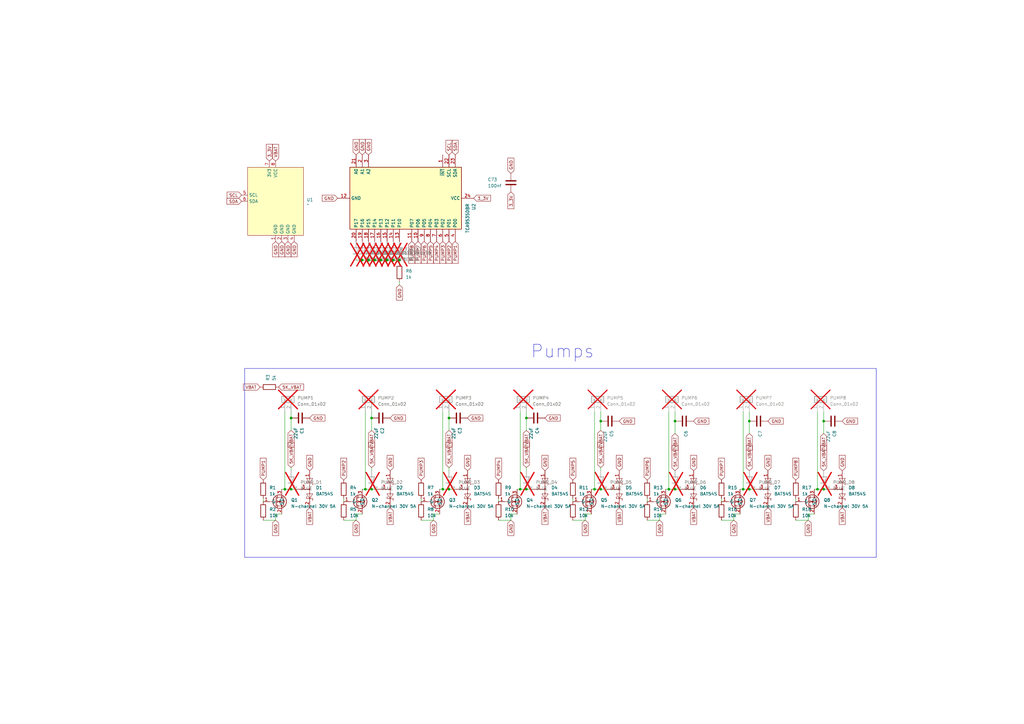
<source format=kicad_sch>
(kicad_sch (version 20250114) (generator "eeschema") (generator_version "9.0")
  (paper "A3")
  (lib_symbols
    (symbol "Connector_Generic:Conn_01x02" (pin_names (offset 1.016) (hide yes))
      (property "Reference" "J" (at 0 2.54 0))
      (property "Value" "Conn_01x02" (at 0 -5.08 0))
      (symbol "Conn_01x02_1_1"
        (rectangle (start -1.27 1.27) (end 1.27 -3.81) (stroke (width 0.254)) (fill (type background)))
        (rectangle (start -1.27 0.127) (end 0 -0.127) (stroke (width 0.1524)))
        (rectangle (start -1.27 -2.413) (end 0 -2.667) (stroke (width 0.1524)))
        (pin passive line (at -5.08 0 0) (length 3.81) (name "Pin_1") (number "1"))
        (pin passive line (at -5.08 -2.54 0) (length 3.81) (name "Pin_2") (number "2"))
      )
    )
    (symbol "Device:C" (pin_numbers (hide yes)) (pin_names (offset 0.254))
      (property "Reference" "C" (at 0.635 2.54 0))
      (property "Value" "C" (at 0.635 -2.54 0))
      (symbol "C_0_1"
        (polyline (pts (xy -2.032 0.762) (xy 2.032 0.762)) (stroke (width 0.508)))
        (polyline (pts (xy -2.032 -0.762) (xy 2.032 -0.762)) (stroke (width 0.508)))
      )
      (symbol "C_1_1"
        (pin passive line (at 0 3.81 270) (length 2.794) (name "~") (number "1"))
        (pin passive line (at 0 -3.81 90) (length 2.794) (name "~") (number "2"))
      )
    )
    (symbol "Device:LED" (pin_numbers (hide yes)) (pin_names (offset 1.016) (hide yes))
      (property "Reference" "D" (at 0 2.54 0))
      (property "Value" "LED" (at 0 -2.54 0))
      (symbol "LED_0_1"
        (polyline (pts (xy -3.048 -0.762) (xy -4.572 -2.286) (xy -3.81 -2.286) (xy -4.572 -2.286) (xy -4.572 -1.524)))
        (polyline (pts (xy -1.778 -0.762) (xy -3.302 -2.286) (xy -2.54 -2.286) (xy -3.302 -2.286) (xy -3.302 -1.524)))
        (polyline (pts (xy -1.27 0) (xy 1.27 0)))
        (polyline (pts (xy -1.27 -1.27) (xy -1.27 1.27)) (stroke (width 0.254)))
        (polyline (pts (xy 1.27 -1.27) (xy 1.27 1.27) (xy -1.27 0) (xy 1.27 -1.27)) (stroke (width 0.254)))
      )
      (symbol "LED_1_1"
        (pin passive line (at -3.81 0 0) (length 2.54) (name "K") (number "1"))
        (pin passive line (at 3.81 0 180) (length 2.54) (name "A") (number "2"))
      )
    )
    (symbol "Device:R" (pin_numbers (hide yes)) (pin_names (offset 0))
      (property "Reference" "R" (at 2.032 0 90))
      (property "Value" "R" (at 0 0 90))
      (symbol "R_0_1"
        (rectangle (start -1.016 -2.54) (end 1.016 2.54) (stroke (width 0.254)))
      )
      (symbol "R_1_1"
        (pin passive line (at 0 3.81 270) (length 1.27) (name "~") (number "1"))
        (pin passive line (at 0 -3.81 90) (length 1.27) (name "~") (number "2"))
      )
    )
    (symbol "Diode:BAS40-04" (pin_names (offset 1.016))
      (property "Reference" "D" (at 0.635 -1.27 0))
      (property "Value" "BAS40-04" (at -6.35 5.715 0))
      (symbol "BAS40-04_0_1"
        (polyline (pts (xy -4.445 3.81) (xy -4.445 1.27) (xy -2.54 2.54) (xy -4.445 3.81)))
        (polyline (pts (xy -3.81 2.54) (xy -1.27 2.54)))
        (polyline (pts (xy -3.175 1.27) (xy -3.175 1.524)))
        (polyline (pts (xy -2.54 3.81) (xy -1.905 3.81)))
        (polyline (pts (xy -2.54 1.27) (xy -3.175 1.27)))
        (polyline (pts (xy -2.54 1.27) (xy -2.54 3.81)))
        (polyline (pts (xy -1.905 3.81) (xy -1.905 3.556)))
        (polyline (pts (xy -1.905 2.54) (xy 1.905 2.54)))
        (circle (center 0 2.54) (radius 0.254) (fill (type outline)))
        (polyline (pts (xy 1.27 2.54) (xy 3.81 2.54)))
        (polyline (pts (xy 1.905 3.81) (xy 1.905 1.27) (xy 3.81 2.54) (xy 1.905 3.81)))
        (polyline (pts (xy 3.175 1.27) (xy 3.175 1.524)))
        (polyline (pts (xy 3.81 3.81) (xy 4.445 3.81)))
        (polyline (pts (xy 3.81 1.27) (xy 3.175 1.27)))
        (polyline (pts (xy 3.81 1.27) (xy 3.81 3.81)))
        (polyline (pts (xy 4.445 3.81) (xy 4.445 3.556)))
      )
      (symbol "BAS40-04_1_1"
        (pin passive line (at -7.62 2.54 0) (length 3.81) (name "~") (number "1"))
        (pin passive line (at 0 -2.54 90) (length 5.08) (name "~") (number "3"))
        (pin passive line (at 7.62 2.54 180) (length 3.81) (name "~") (number "2"))
      )
    )
    (symbol "ESP32-DEVKITC-32D:SL2300" (pin_names (offset 1.016))
      (property "Reference" "Q" (at 0 0 0))
      (property "Value" "SL2300" (at 7.62 0 0))
      (symbol "SL2300_1_1"
        (polyline (pts (xy -1.016 1.905) (xy -1.016 -1.905)) (stroke (width 0.254)))
        (polyline (pts (xy -1.016 0) (xy -3.81 0)))
        (polyline (pts (xy -0.508 2.286) (xy -0.508 1.27)) (stroke (width 0.254)))
        (polyline (pts (xy -0.508 0.508) (xy -0.508 -0.508)) (stroke (width 0.254)))
        (polyline (pts (xy -0.508 -1.27) (xy -0.508 -2.286)) (stroke (width 0.254)))
        (polyline (pts (xy -0.508 -1.778) (xy 2.032 -1.778) (xy 2.032 1.778) (xy -0.508 1.778)))
        (polyline (pts (xy -0.254 0) (xy 0.762 0.381) (xy 0.762 -0.381) (xy -0.254 0)) (fill (type outline)))
        (circle (center 0.381 0) (radius 2.794) (stroke (width 0.254)))
        (polyline (pts (xy 1.27 2.54) (xy 1.27 1.778)))
        (circle (center 1.27 1.778) (radius 0.254) (fill (type outline)))
        (circle (center 1.27 -1.778) (radius 0.254) (fill (type outline)))
        (polyline (pts (xy 1.27 -2.54) (xy 1.27 0) (xy -0.508 0)))
        (polyline (pts (xy 1.524 0.508) (xy 1.651 0.381) (xy 2.413 0.381) (xy 2.54 0.254)))
        (polyline (pts (xy 2.032 0.381) (xy 1.651 -0.254) (xy 2.413 -0.254) (xy 2.032 0.381)))
        (pin input line (at -6.35 0 0) (length 2.54) (name "G") (number "1"))
        (pin passive line (at 1.27 5.08 270) (length 2.54) (name "D") (number "3"))
        (pin passive line (at 1.27 -5.08 90) (length 2.54) (name "S") (number "2"))
      )
    )
    (symbol "Interface_Expansion:TCA9535DBR"
      (property "Reference" "U" (at -11.43 24.13 0))
      (property "Value" "TCA9535DBR" (at 0 0 0))
      (symbol "TCA9535DBR_0_1"
        (rectangle (start -12.7 22.86) (end 12.7 -22.86) (stroke (width 0.254)) (fill (type background)))
      )
      (symbol "TCA9535DBR_1_1"
        (pin bidirectional line (at -17.78 20.32 0) (length 5.08) (name "SDA") (number "23"))
        (pin input line (at -17.78 17.78 0) (length 5.08) (name "SCL") (number "22"))
        (pin open_collector line (at -17.78 15.24 0) (length 5.08) (name "~{INT}") (number "1"))
        (pin input line (at -17.78 -15.24 0) (length 5.08) (name "A2") (number "3"))
        (pin input line (at -17.78 -17.78 0) (length 5.08) (name "A1") (number "2"))
        (pin input line (at -17.78 -20.32 0) (length 5.08) (name "A0") (number "21"))
        (pin power_in line (at 0 27.94 270) (length 5.08) (name "VCC") (number "24"))
        (pin power_in line (at 0 -27.94 90) (length 5.08) (name "GND") (number "12"))
        (pin bidirectional line (at 17.78 20.32 180) (length 5.08) (name "P00") (number "4"))
        (pin bidirectional line (at 17.78 17.78 180) (length 5.08) (name "P01") (number "5"))
        (pin bidirectional line (at 17.78 15.24 180) (length 5.08) (name "P02") (number "6"))
        (pin bidirectional line (at 17.78 12.7 180) (length 5.08) (name "P03") (number "7"))
        (pin bidirectional line (at 17.78 10.16 180) (length 5.08) (name "P04") (number "8"))
        (pin bidirectional line (at 17.78 7.62 180) (length 5.08) (name "P05") (number "9"))
        (pin bidirectional line (at 17.78 5.08 180) (length 5.08) (name "P06") (number "10"))
        (pin bidirectional line (at 17.78 2.54 180) (length 5.08) (name "P07") (number "11"))
        (pin bidirectional line (at 17.78 -2.54 180) (length 5.08) (name "P10") (number "13"))
        (pin bidirectional line (at 17.78 -5.08 180) (length 5.08) (name "P11") (number "14"))
        (pin bidirectional line (at 17.78 -7.62 180) (length 5.08) (name "P12") (number "15"))
        (pin bidirectional line (at 17.78 -10.16 180) (length 5.08) (name "P13") (number "16"))
        (pin bidirectional line (at 17.78 -12.7 180) (length 5.08) (name "P14") (number "17"))
        (pin bidirectional line (at 17.78 -15.24 180) (length 5.08) (name "P15") (number "18"))
        (pin bidirectional line (at 17.78 -17.78 180) (length 5.08) (name "P16") (number "19"))
        (pin bidirectional line (at 17.78 -20.32 180) (length 5.08) (name "P17") (number "20"))
      )
    )
    (symbol "Modules:Pump_Output"
      (property "Reference" "U" (at -6.35 15.24 0))
      (symbol "Pump_Output_1_1"
        (rectangle (start -12.7 12.7) (end 10.16 -15.24) (fill (type background)))
        (pin bidirectional line (at -15.24 1.27 0) (length 2.54) (name "SCL") (number "5"))
        (pin bidirectional line (at -15.24 -1.27 0) (length 2.54) (name "SDA") (number "6"))
        (pin power_in line (at -3.81 15.24 270) (length 2.54) (name "3V3") (number "7"))
        (pin power_in line (at -1.27 15.24 270) (length 2.54) (name "VCC") (number "8"))
        (pin power_in line (at -1.27 -17.78 90) (length 2.54) (name "GND") (number "1"))
        (pin power_in line (at 1.27 -17.78 90) (length 2.54) (name "GND") (number "2"))
        (pin power_in line (at 3.81 -17.78 90) (length 2.54) (name "GND") (number "3"))
        (pin power_in line (at 6.35 -17.78 90) (length 2.54) (name "GND") (number "4"))
      )
    )
  )
  (rectangle (start 100.33 151.13) (end 359.41 228.6))
  (text "Pumps" (at 243.84 147.32 0) (effects (font (size 5.2578 5.2578)) (justify right bottom)))
  (junction (at 184.15 200.66))
  (junction (at 215.9 200.66))
  (junction (at 152.4 171.45))
  (junction (at 304.8 200.66))
  (junction (at 246.38 172.72))
  (junction (at 181.61 200.66))
  (junction (at 119.38 171.45))
  (junction (at 307.34 172.72))
  (junction (at 152.4 200.66))
  (junction (at 246.38 200.66))
  (junction (at 337.82 172.72))
  (junction (at 276.86 200.66))
  (junction (at 149.86 200.66))
  (junction (at 151.13 106.68))
  (junction (at 276.86 172.72))
  (junction (at 337.82 200.66))
  (junction (at 156.21 106.68))
  (junction (at 161.29 106.68))
  (junction (at 215.9 171.45))
  (junction (at 153.67 106.68))
  (junction (at 274.32 200.66))
  (junction (at 243.84 200.66))
  (junction (at 116.84 200.66))
  (junction (at 163.83 106.68))
  (junction (at 158.75 106.68))
  (junction (at 307.34 200.66))
  (junction (at 119.38 200.66))
  (junction (at 213.36 200.66))
  (junction (at 148.59 106.68))
  (junction (at 184.15 171.45))
  (junction (at 335.28 200.66))
  (wire (pts (xy 274.32 168.91) (xy 274.32 200.66)))
  (wire (pts (xy 215.9 168.91) (xy 215.9 171.45)))
  (wire (pts (xy 107.95 204.47) (xy 107.95 205.74)))
  (wire (pts (xy 163.83 116.84) (xy 163.83 115.57)))
  (wire (pts (xy 274.32 200.66) (xy 273.05 200.66)))
  (wire (pts (xy 149.86 168.91) (xy 149.86 200.66)))
  (wire (pts (xy 152.4 200.66) (xy 154.94 200.66)))
  (wire (pts (xy 326.39 204.47) (xy 326.39 205.74)))
  (wire (pts (xy 246.38 200.66) (xy 248.92 200.66)))
  (wire (pts (xy 243.84 200.66) (xy 242.57 200.66)))
  (wire (pts (xy 240.03 210.82) (xy 240.03 213.36)))
  (wire (pts (xy 334.01 210.82) (xy 331.47 210.82)))
  (wire (pts (xy 152.4 168.91) (xy 152.4 171.45)))
  (wire (pts (xy 152.4 191.77) (xy 152.4 193.04)))
  (wire (pts (xy 246.38 200.66) (xy 243.84 200.66)))
  (wire (pts (xy 307.34 168.91) (xy 307.34 172.72)))
  (wire (pts (xy 234.95 204.47) (xy 234.95 205.74)))
  (wire (pts (xy 149.86 200.66) (xy 148.59 200.66)))
  (wire (pts (xy 300.99 210.82) (xy 300.99 213.36)))
  (wire (pts (xy 276.86 168.91) (xy 276.86 172.72)))
  (wire (pts (xy 212.09 210.82) (xy 209.55 210.82)))
  (wire (pts (xy 184.15 193.04) (xy 184.15 191.77)))
  (wire (pts (xy 300.99 213.36) (xy 295.91 213.36)))
  (wire (pts (xy 295.91 204.47) (xy 295.91 205.74)))
  (wire (pts (xy 172.72 204.47) (xy 172.72 205.74)))
  (wire (pts (xy 158.75 106.68) (xy 161.29 106.68)))
  (wire (pts (xy 215.9 200.66) (xy 213.36 200.66)))
  (wire (pts (xy 240.03 213.36) (xy 234.95 213.36)))
  (wire (pts (xy 246.38 191.77) (xy 246.38 193.04)))
  (wire (pts (xy 246.38 168.91) (xy 246.38 172.72)))
  (wire (pts (xy 184.15 168.91) (xy 184.15 171.45)))
  (wire (pts (xy 331.47 213.36) (xy 326.39 213.36)))
  (wire (pts (xy 184.15 200.66) (xy 181.61 200.66)))
  (wire (pts (xy 273.05 210.82) (xy 270.51 210.82)))
  (wire (pts (xy 331.47 210.82) (xy 331.47 213.36)))
  (wire (pts (xy 149.86 200.66) (xy 152.4 200.66)))
  (wire (pts (xy 119.38 200.66) (xy 121.92 200.66)))
  (wire (pts (xy 307.34 200.66) (xy 309.88 200.66)))
  (wire (pts (xy 146.05 210.82) (xy 146.05 213.36)))
  (wire (pts (xy 276.86 200.66) (xy 274.32 200.66)))
  (wire (pts (xy 209.55 213.36) (xy 204.47 213.36)))
  (wire (pts (xy 303.53 210.82) (xy 300.99 210.82)))
  (wire (pts (xy 270.51 213.36) (xy 265.43 213.36)))
  (wire (pts (xy 113.03 213.36) (xy 107.95 213.36)))
  (wire (pts (xy 335.28 168.91) (xy 335.28 200.66)))
  (wire (pts (xy 215.9 191.77) (xy 215.9 193.04)))
  (wire (pts (xy 148.59 106.68) (xy 146.05 106.68)))
  (wire (pts (xy 276.86 172.72) (xy 276.86 177.8)))
  (wire (pts (xy 119.38 168.91) (xy 119.38 171.45)))
  (wire (pts (xy 213.36 200.66) (xy 212.09 200.66)))
  (wire (pts (xy 156.21 106.68) (xy 158.75 106.68)))
  (wire (pts (xy 119.38 193.04) (xy 119.38 191.77)))
  (wire (pts (xy 181.61 200.66) (xy 180.34 200.66)))
  (wire (pts (xy 337.82 172.72) (xy 337.82 177.8)))
  (wire (pts (xy 270.51 210.82) (xy 270.51 213.36)))
  (wire (pts (xy 265.43 204.47) (xy 265.43 205.74)))
  (wire (pts (xy 242.57 210.82) (xy 240.03 210.82)))
  (wire (pts (xy 180.34 210.82) (xy 177.8 210.82)))
  (wire (pts (xy 163.83 107.95) (xy 163.83 106.68)))
  (wire (pts (xy 307.34 172.72) (xy 307.34 177.8)))
  (wire (pts (xy 113.03 210.82) (xy 113.03 213.36)))
  (wire (pts (xy 209.55 210.82) (xy 209.55 213.36)))
  (wire (pts (xy 177.8 210.82) (xy 177.8 213.36)))
  (wire (pts (xy 151.13 106.68) (xy 148.59 106.68)))
  (wire (pts (xy 204.47 204.47) (xy 204.47 205.74)))
  (wire (pts (xy 177.8 213.36) (xy 172.72 213.36)))
  (wire (pts (xy 307.34 200.66) (xy 304.8 200.66)))
  (wire (pts (xy 304.8 200.66) (xy 303.53 200.66)))
  (wire (pts (xy 335.28 200.66) (xy 334.01 200.66)))
  (wire (pts (xy 213.36 168.91) (xy 213.36 200.66)))
  (wire (pts (xy 181.61 168.91) (xy 181.61 200.66)))
  (wire (pts (xy 115.57 210.82) (xy 113.03 210.82)))
  (wire (pts (xy 243.84 168.91) (xy 243.84 200.66)))
  (wire (pts (xy 140.97 204.47) (xy 140.97 205.74)))
  (wire (pts (xy 304.8 168.91) (xy 304.8 200.66)))
  (wire (pts (xy 215.9 171.45) (xy 215.9 176.53)))
  (wire (pts (xy 119.38 200.66) (xy 116.84 200.66)))
  (wire (pts (xy 156.21 106.68) (xy 153.67 106.68)))
  (wire (pts (xy 246.38 172.72) (xy 246.38 176.53)))
  (wire (pts (xy 116.84 200.66) (xy 115.57 200.66)))
  (wire (pts (xy 337.82 200.66) (xy 340.36 200.66)))
  (wire (pts (xy 337.82 200.66) (xy 335.28 200.66)))
  (wire (pts (xy 153.67 106.68) (xy 151.13 106.68)))
  (wire (pts (xy 146.05 213.36) (xy 140.97 213.36)))
  (wire (pts (xy 276.86 200.66) (xy 279.4 200.66)))
  (wire (pts (xy 148.59 210.82) (xy 146.05 210.82)))
  (wire (pts (xy 184.15 200.66) (xy 186.69 200.66)))
  (wire (pts (xy 184.15 171.45) (xy 184.15 176.53)))
  (wire (pts (xy 161.29 106.68) (xy 163.83 106.68)))
  (wire (pts (xy 152.4 171.45) (xy 152.4 176.53)))
  (wire (pts (xy 116.84 168.91) (xy 116.84 200.66)))
  (wire (pts (xy 337.82 168.91) (xy 337.82 172.72)))
  (wire (pts (xy 215.9 200.66) (xy 218.44 200.66)))
  (wire (pts (xy 119.38 171.45) (xy 119.38 176.53)))
  (global_label "VBAT" (shape input) (at 119.38 176.53 270) (property "Intersheetrefs" "${INTERSHEET_REFS}" (effects (hide yes))))
  (global_label "VBAT" (shape input) (at 254 208.28 270) (property "Intersheetrefs" "${INTERSHEET_REFS}" (effects (hide yes))))
  (global_label "PUMP4" (shape input) (at 179.07 99.06 270) (property "Intersheetrefs" "${INTERSHEET_REFS}" (effects (hide yes))))
  (global_label "GND" (shape input) (at 127 193.04 90) (property "Intersheetrefs" "${INTERSHEET_REFS}" (effects (hide yes))))
  (global_label "SDA" (shape input) (at 186.69 63.5 90) (property "Intersheetrefs" "${INTERSHEET_REFS}" (effects (hide yes))))
  (global_label "5K_VBAT" (shape input) (at 152.4 191.77 90) (property "Intersheetrefs" "${INTERSHEET_REFS}" (effects (hide yes))))
  (global_label "3_3V" (shape input) (at 110.49 66.04 90) (property "Intersheetrefs" "${INTERSHEET_REFS}" (effects (hide yes))))
  (global_label "VBAT" (shape input) (at 307.34 177.8 270) (property "Intersheetrefs" "${INTERSHEET_REFS}" (effects (hide yes))))
  (global_label "PUMP1" (shape input) (at 186.69 99.06 270) (property "Intersheetrefs" "${INTERSHEET_REFS}" (effects (hide yes))))
  (global_label "SCL" (shape input) (at 184.15 63.5 90) (property "Intersheetrefs" "${INTERSHEET_REFS}" (effects (hide yes))))
  (global_label "GND" (shape input) (at 314.96 193.04 90) (property "Intersheetrefs" "${INTERSHEET_REFS}" (effects (hide yes))))
  (global_label "PUMP5" (shape input) (at 176.53 99.06 270) (property "Intersheetrefs" "${INTERSHEET_REFS}" (effects (hide yes))))
  (global_label "VBAT" (shape input) (at 106.68 158.75 180) (property "Intersheetrefs" "${INTERSHEET_REFS}" (effects (hide yes))))
  (global_label "SCL" (shape input) (at 99.06 80.01 180) (property "Intersheetrefs" "${INTERSHEET_REFS}" (effects (hide yes))))
  (global_label "PUMP8" (shape input) (at 326.39 196.85 90) (property "Intersheetrefs" "${INTERSHEET_REFS}" (effects (hide yes))))
  (global_label "GND" (shape input) (at 209.55 71.12 90) (property "Intersheetrefs" "${INTERSHEET_REFS}" (effects (hide yes))))
  (global_label "PUMP5" (shape input) (at 234.95 196.85 90) (property "Intersheetrefs" "${INTERSHEET_REFS}" (effects (hide yes))))
  (global_label "GND" (shape input) (at 300.99 213.36 270) (property "Intersheetrefs" "${INTERSHEET_REFS}" (effects (hide yes))))
  (global_label "VBAT" (shape input) (at 337.82 177.8 270) (property "Intersheetrefs" "${INTERSHEET_REFS}" (effects (hide yes))))
  (global_label "PUMP2" (shape input) (at 140.97 196.85 90) (property "Intersheetrefs" "${INTERSHEET_REFS}" (effects (hide yes))))
  (global_label "GND" (shape input) (at 115.57 99.06 270) (property "Intersheetrefs" "${INTERSHEET_REFS}" (effects (hide yes))))
  (global_label "GND" (shape input) (at 127 171.45 0) (property "Intersheetrefs" "${INTERSHEET_REFS}" (effects (hide yes))))
  (global_label "VBAT" (shape input) (at 314.96 208.28 270) (property "Intersheetrefs" "${INTERSHEET_REFS}" (effects (hide yes))))
  (global_label "GND" (shape input) (at 148.59 63.5 90) (property "Intersheetrefs" "${INTERSHEET_REFS}" (effects (hide yes))))
  (global_label "PUMP8" (shape input) (at 168.91 99.06 270) (property "Intersheetrefs" "${INTERSHEET_REFS}" (effects (hide yes))))
  (global_label "PUMP6" (shape input) (at 265.43 196.85 90) (property "Intersheetrefs" "${INTERSHEET_REFS}" (effects (hide yes))))
  (global_label "VBAT" (shape input) (at 127 208.28 270) (property "Intersheetrefs" "${INTERSHEET_REFS}" (effects (hide yes))))
  (global_label "5K_VBAT" (shape input) (at 276.86 193.04 90) (property "Intersheetrefs" "${INTERSHEET_REFS}" (effects (hide yes))))
  (global_label "5K_VBAT" (shape input) (at 246.38 191.77 90) (property "Intersheetrefs" "${INTERSHEET_REFS}" (effects (hide yes))))
  (global_label "GND" (shape input) (at 146.05 213.36 270) (property "Intersheetrefs" "${INTERSHEET_REFS}" (effects (hide yes))))
  (global_label "PUMP6" (shape input) (at 173.99 99.06 270) (property "Intersheetrefs" "${INTERSHEET_REFS}" (effects (hide yes))))
  (global_label "VBAT" (shape input) (at 223.52 208.28 270) (property "Intersheetrefs" "${INTERSHEET_REFS}" (effects (hide yes))))
  (global_label "GND" (shape input) (at 160.02 171.45 0) (property "Intersheetrefs" "${INTERSHEET_REFS}" (effects (hide yes))))
  (global_label "GND" (shape input) (at 223.52 171.45 0) (property "Intersheetrefs" "${INTERSHEET_REFS}" (effects (hide yes))))
  (global_label "5K_VBAT" (shape input) (at 215.9 191.77 90) (property "Intersheetrefs" "${INTERSHEET_REFS}" (effects (hide yes))))
  (global_label "VBAT" (shape input) (at 284.48 208.28 270) (property "Intersheetrefs" "${INTERSHEET_REFS}" (effects (hide yes))))
  (global_label "GND" (shape input) (at 151.13 63.5 90) (property "Intersheetrefs" "${INTERSHEET_REFS}" (effects (hide yes))))
  (global_label "PUMP7" (shape input) (at 295.91 196.85 90) (property "Intersheetrefs" "${INTERSHEET_REFS}" (effects (hide yes))))
  (global_label "PUMP4" (shape input) (at 204.47 196.85 90) (property "Intersheetrefs" "${INTERSHEET_REFS}" (effects (hide yes))))
  (global_label "3_3V" (shape input) (at 194.31 81.28 0) (property "Intersheetrefs" "${INTERSHEET_REFS}" (effects (hide yes))))
  (global_label "PUMP2" (shape input) (at 184.15 99.06 270) (property "Intersheetrefs" "${INTERSHEET_REFS}" (effects (hide yes))))
  (global_label "GND" (shape input) (at 191.77 193.04 90) (property "Intersheetrefs" "${INTERSHEET_REFS}" (effects (hide yes))))
  (global_label "VBAT" (shape input) (at 184.15 176.53 270) (property "Intersheetrefs" "${INTERSHEET_REFS}" (effects (hide yes))))
  (global_label "VBAT" (shape input) (at 160.02 208.28 270) (property "Intersheetrefs" "${INTERSHEET_REFS}" (effects (hide yes))))
  (global_label "PUMP3" (shape input) (at 181.61 99.06 270) (property "Intersheetrefs" "${INTERSHEET_REFS}" (effects (hide yes))))
  (global_label "GND" (shape input) (at 345.44 193.04 90) (property "Intersheetrefs" "${INTERSHEET_REFS}" (effects (hide yes))))
  (global_label "GND" (shape input) (at 191.77 171.45 0) (property "Intersheetrefs" "${INTERSHEET_REFS}" (effects (hide yes))))
  (global_label "3_3V" (shape input) (at 209.55 78.74 270) (property "Intersheetrefs" "${INTERSHEET_REFS}" (effects (hide yes))))
  (global_label "5K_VBAT" (shape input) (at 184.15 191.77 90) (property "Intersheetrefs" "${INTERSHEET_REFS}" (effects (hide yes))))
  (global_label "GND" (shape input) (at 270.51 213.36 270) (property "Intersheetrefs" "${INTERSHEET_REFS}" (effects (hide yes))))
  (global_label "GND" (shape input) (at 223.52 193.04 90) (property "Intersheetrefs" "${INTERSHEET_REFS}" (effects (hide yes))))
  (global_label "GND" (shape input) (at 160.02 193.04 90) (property "Intersheetrefs" "${INTERSHEET_REFS}" (effects (hide yes))))
  (global_label "GND" (shape input) (at 113.03 99.06 270) (property "Intersheetrefs" "${INTERSHEET_REFS}" (effects (hide yes))))
  (global_label "GND" (shape input) (at 113.03 213.36 270) (property "Intersheetrefs" "${INTERSHEET_REFS}" (effects (hide yes))))
  (global_label "GND" (shape input) (at 118.11 99.06 270) (property "Intersheetrefs" "${INTERSHEET_REFS}" (effects (hide yes))))
  (global_label "VBAT" (shape input) (at 345.44 208.28 270) (property "Intersheetrefs" "${INTERSHEET_REFS}" (effects (hide yes))))
  (global_label "5K_VBAT" (shape input) (at 307.34 193.04 90) (property "Intersheetrefs" "${INTERSHEET_REFS}" (effects (hide yes))))
  (global_label "GND" (shape input) (at 284.48 193.04 90) (property "Intersheetrefs" "${INTERSHEET_REFS}" (effects (hide yes))))
  (global_label "SDA" (shape input) (at 99.06 82.55 180) (property "Intersheetrefs" "${INTERSHEET_REFS}" (effects (hide yes))))
  (global_label "GND" (shape input) (at 331.47 213.36 270) (property "Intersheetrefs" "${INTERSHEET_REFS}" (effects (hide yes))))
  (global_label "GND" (shape input) (at 284.48 172.72 0) (property "Intersheetrefs" "${INTERSHEET_REFS}" (effects (hide yes))))
  (global_label "GND" (shape input) (at 209.55 213.36 270) (property "Intersheetrefs" "${INTERSHEET_REFS}" (effects (hide yes))))
  (global_label "PUMP3" (shape input) (at 172.72 196.85 90) (property "Intersheetrefs" "${INTERSHEET_REFS}" (effects (hide yes))))
  (global_label "5K_VBAT" (shape input) (at 114.3 158.75 0) (property "Intersheetrefs" "${INTERSHEET_REFS}" (effects (hide yes))))
  (global_label "GND" (shape input) (at 120.65 99.06 270) (property "Intersheetrefs" "${INTERSHEET_REFS}" (effects (hide yes))))
  (global_label "GND" (shape input) (at 345.44 172.72 0) (property "Intersheetrefs" "${INTERSHEET_REFS}" (effects (hide yes))))
  (global_label "GND" (shape input) (at 138.43 81.28 180) (property "Intersheetrefs" "${INTERSHEET_REFS}" (effects (hide yes))))
  (global_label "VBAT" (shape input) (at 276.86 177.8 270) (property "Intersheetrefs" "${INTERSHEET_REFS}" (effects (hide yes))))
  (global_label "5K_VBAT" (shape input) (at 119.38 191.77 90) (property "Intersheetrefs" "${INTERSHEET_REFS}" (effects (hide yes))))
  (global_label "VBAT" (shape input) (at 215.9 176.53 270) (property "Intersheetrefs" "${INTERSHEET_REFS}" (effects (hide yes))))
  (global_label "VBAT" (shape input) (at 191.77 208.28 270) (property "Intersheetrefs" "${INTERSHEET_REFS}" (effects (hide yes))))
  (global_label "GND" (shape input) (at 146.05 63.5 90) (property "Intersheetrefs" "${INTERSHEET_REFS}" (effects (hide yes))))
  (global_label "GND" (shape input) (at 254 172.72 0) (property "Intersheetrefs" "${INTERSHEET_REFS}" (effects (hide yes))))
  (global_label "VBAT" (shape input) (at 246.38 176.53 270) (property "Intersheetrefs" "${INTERSHEET_REFS}" (effects (hide yes))))
  (global_label "GND" (shape input) (at 254 193.04 90) (property "Intersheetrefs" "${INTERSHEET_REFS}" (effects (hide yes))))
  (global_label "PUMP1" (shape input) (at 107.95 196.85 90) (property "Intersheetrefs" "${INTERSHEET_REFS}" (effects (hide yes))))
  (global_label "PUMP7" (shape input) (at 171.45 99.06 270) (property "Intersheetrefs" "${INTERSHEET_REFS}" (effects (hide yes))))
  (global_label "VBAT" (shape input) (at 152.4 176.53 270) (property "Intersheetrefs" "${INTERSHEET_REFS}" (effects (hide yes))))
  (global_label "VBAT" (shape input) (at 113.03 66.04 90) (property "Intersheetrefs" "${INTERSHEET_REFS}" (effects (hide yes))))
  (global_label "GND" (shape input) (at 163.83 116.84 270) (property "Intersheetrefs" "${INTERSHEET_REFS}" (effects (hide yes))))
  (global_label "GND" (shape input) (at 177.8 213.36 270) (property "Intersheetrefs" "${INTERSHEET_REFS}" (effects (hide yes))))
  (global_label "GND" (shape input) (at 240.03 213.36 270) (property "Intersheetrefs" "${INTERSHEET_REFS}" (effects (hide yes))))
  (global_label "5K_VBAT" (shape input) (at 337.82 193.04 90) (property "Intersheetrefs" "${INTERSHEET_REFS}" (effects (hide yes))))
  (global_label "GND" (shape input) (at 314.96 172.72 0) (property "Intersheetrefs" "${INTERSHEET_REFS}" (effects (hide yes))))
  (symbol (lib_id "Device:LED") (at 246.38 196.85 90) (unit 1) (dnp yes)
    (property "Reference" "PUMP_D5" (at 250.19 197.8025 90) (effects (justify right)))
    (property "Value" "BLUE" (at 250.19 200.3425 90) (effects (justify right)))
    (property "Footprint" "LED_SMD:LED_0805_2012Metric" (effects (hide yes)))
    (property "Description" "Light emitting diode" (effects (hide yes)))
    (property "LCSC_PART_NUMBER" "C205441" (effects (hide yes)))
    (property "Sim.Pins" "1=K 2=A" (effects (hide yes)))
  )
  (symbol (lib_id "Diode:BAS40-04") (at 342.9 200.66 270) (unit 1)
    (property "Reference" "D8" (at 347.98 200.025 90) (effects (justify left)))
    (property "Value" "BAT54S" (at 347.98 202.565 90) (effects (justify left)))
    (property "Footprint" "Package_TO_SOT_SMD:SOT-23" (effects (hide yes)))
    (property "Datasheet" "http://www.vishay.com/docs/85701/bas40v.pdf" (effects (hide yes)))
    (property "Description" "40V 0.2A Dual Small Signal Schottky Diodes" (effects (hide yes)))
    (property "LCSC_PART_NUMBER" "C916425" (effects (hide yes)))
  )
  (symbol (lib_id "ESP32-DEVKITC-32D:SL2300") (at 114.3 205.74 0) (unit 1)
    (property "Reference" "Q1" (at 119.38 205.105 0) (effects (justify left)))
    (property "Value" "N-channel 30V 5A" (at 119.38 207.645 0) (effects (justify left)))
    (property "Footprint" "PCM_Package_TO_SOT_SMD_AKL:SOT-23" (effects (hide yes)))
    (property "LCSC_PART_NUMBER" "C5364313" (effects (hide yes)))
  )
  (symbol (lib_id "Device:R") (at 326.39 209.55 0) (unit 1)
    (property "Reference" "R18" (at 328.93 208.915 0) (effects (justify left)))
    (property "Value" "10k" (at 328.93 211.455 0) (effects (justify left)))
    (property "Footprint" "Resistor_SMD:R_0603_1608Metric" (effects (hide yes)))
    (property "Description" "Resistor" (effects (hide yes)))
    (property "LCSC_PART_NUMBER" "C212284" (effects (hide yes)))
  )
  (symbol (lib_id "Device:C") (at 311.15 172.72 90) (unit 1)
    (property "Reference" "C7" (at 311.785 176.53 0) (effects (justify right)))
    (property "Value" "22uF" (effects (hide yes)))
    (property "Footprint" "PCM_Capacitor_SMD_Handsoldering_AKL:C_0805_2012Metric_Pad1.18x1.45mm" (effects (hide yes)))
    (property "Description" "Unpolarized capacitor" (effects (hide yes)))
    (property "LCSC_PART_NUMBER" "C45783" (effects (hide yes)))
  )
  (symbol (lib_id "Device:LED") (at 152.4 196.85 90) (unit 1) (dnp yes)
    (property "Reference" "PUMP_D2" (at 156.21 197.8025 90) (effects (justify right)))
    (property "Value" "BLUE" (at 156.21 200.3425 90) (effects (justify right)))
    (property "Footprint" "LED_SMD:LED_0805_2012Metric" (effects (hide yes)))
    (property "Description" "Light emitting diode" (effects (hide yes)))
    (property "LCSC_PART_NUMBER" "C205441" (effects (hide yes)))
    (property "Sim.Pins" "1=K 2=A" (effects (hide yes)))
  )
  (symbol (lib_id "Device:LED") (at 163.83 102.87 90) (unit 1) (dnp yes)
    (property "Reference" "P_FAULT8" (at 167.64 103.8225 90) (effects (justify right)))
    (property "Value" "RED" (at 167.64 106.3625 90) (effects (justify right)))
    (property "Footprint" "LED_SMD:LED_0805_2012Metric" (effects (hide yes)))
    (property "Description" "Light emitting diode" (effects (hide yes)))
    (property "LCSC_PART_NUMBER" "C205441" (effects (hide yes)))
    (property "Sim.Pins" "1=K 2=A" (effects (hide yes)))
  )
  (symbol (lib_id "Diode:BAS40-04") (at 124.46 200.66 270) (unit 1)
    (property "Reference" "D1" (at 129.54 200.025 90) (effects (justify left)))
    (property "Value" "BAT54S" (at 129.54 202.565 90) (effects (justify left)))
    (property "Footprint" "Package_TO_SOT_SMD:SOT-23" (effects (hide yes)))
    (property "Datasheet" "http://www.vishay.com/docs/85701/bas40v.pdf" (effects (hide yes)))
    (property "Description" "40V 0.2A Dual Small Signal Schottky Diodes" (effects (hide yes)))
    (property "LCSC_PART_NUMBER" "C916425" (effects (hide yes)))
  )
  (symbol (lib_id "Device:C") (at 187.96 171.45 90) (unit 1)
    (property "Reference" "C3" (at 188.595 175.26 0) (effects (justify right)))
    (property "Value" "22uF" (at 186.055 175.26 0) (effects (justify right)))
    (property "Footprint" "PCM_Capacitor_SMD_Handsoldering_AKL:C_0805_2012Metric_Pad1.18x1.45mm" (effects (hide yes)))
    (property "Description" "Unpolarized capacitor" (effects (hide yes)))
    (property "LCSC_PART_NUMBER" "C45783" (effects (hide yes)))
  )
  (symbol (lib_id "Device:C") (at 209.55 74.93 0) (unit 1)
    (property "Reference" "C73" (at 200.025 73.66 0) (effects (justify left)))
    (property "Value" "100nf" (at 200.025 76.2 0) (effects (justify left)))
    (property "Footprint" "PCM_Capacitor_SMD_Handsoldering_AKL:C_0603_1608Metric_Pad1.08x0.95mm" (effects (hide yes)))
    (property "LCSC_PART_NUMBER" "C49678" (effects (hide yes)))
  )
  (symbol (lib_id "Connector_Generic:Conn_01x02") (at 274.32 163.83 90) (unit 1) (dnp yes)
    (property "Reference" "PUMP6" (at 279.4 163.195 90) (effects (justify right)))
    (property "Value" "Conn_01x02" (at 279.4 165.735 90) (effects (justify right)))
    (property "Footprint" "Connector_JST:JST_EH_B2B-EH-A_1x02_P2.50mm_Vertical" (effects (hide yes)))
    (property "Description" "Generic connector, single row, 01x02, script generated (kicad-library-utils/schlib/autogen/connector/)" (effects (hide yes)))
  )
  (symbol (lib_id "Connector_Generic:Conn_01x02") (at 243.84 163.83 90) (unit 1) (dnp yes)
    (property "Reference" "PUMP5" (at 248.92 163.195 90) (effects (justify right)))
    (property "Value" "Conn_01x02" (at 248.92 165.735 90) (effects (justify right)))
    (property "Footprint" "Connector_JST:JST_EH_B2B-EH-A_1x02_P2.50mm_Vertical" (effects (hide yes)))
    (property "Description" "Generic connector, single row, 01x02, script generated (kicad-library-utils/schlib/autogen/connector/)" (effects (hide yes)))
  )
  (symbol (lib_id "Device:LED") (at 146.05 102.87 90) (unit 1) (dnp yes)
    (property "Reference" "P_FAULT1" (at 149.86 103.8225 90) (effects (justify right)))
    (property "Value" "RED" (at 149.86 106.3625 90) (effects (justify right)))
    (property "Footprint" "LED_SMD:LED_0805_2012Metric" (effects (hide yes)))
    (property "Description" "Light emitting diode" (effects (hide yes)))
    (property "LCSC_PART_NUMBER" "C205441" (effects (hide yes)))
    (property "Sim.Pins" "1=K 2=A" (effects (hide yes)))
  )
  (symbol (lib_id "ESP32-DEVKITC-32D:SL2300") (at 210.82 205.74 0) (unit 1)
    (property "Reference" "Q4" (at 215.9 205.105 0) (effects (justify left)))
    (property "Value" "N-channel 30V 5A" (at 215.9 207.645 0) (effects (justify left)))
    (property "Footprint" "PCM_Package_TO_SOT_SMD_AKL:SOT-23" (effects (hide yes)))
    (property "LCSC_PART_NUMBER" "C5364313" (effects (hide yes)))
  )
  (symbol (lib_id "Diode:BAS40-04") (at 157.48 200.66 270) (unit 1)
    (property "Reference" "D2" (at 162.56 200.025 90) (effects (justify left)))
    (property "Value" "BAT54S" (at 162.56 202.565 90) (effects (justify left)))
    (property "Footprint" "Package_TO_SOT_SMD:SOT-23" (effects (hide yes)))
    (property "Datasheet" "http://www.vishay.com/docs/85701/bas40v.pdf" (effects (hide yes)))
    (property "Description" "40V 0.2A Dual Small Signal Schottky Diodes" (effects (hide yes)))
    (property "LCSC_PART_NUMBER" "C916425" (effects (hide yes)))
  )
  (symbol (lib_id "Diode:BAS40-04") (at 220.98 200.66 270) (unit 1)
    (property "Reference" "D4" (at 226.06 200.025 90) (effects (justify left)))
    (property "Value" "BAT54S" (at 226.06 202.565 90) (effects (justify left)))
    (property "Footprint" "Package_TO_SOT_SMD:SOT-23" (effects (hide yes)))
    (property "Datasheet" "http://www.vishay.com/docs/85701/bas40v.pdf" (effects (hide yes)))
    (property "Description" "40V 0.2A Dual Small Signal Schottky Diodes" (effects (hide yes)))
    (property "LCSC_PART_NUMBER" "C916425" (effects (hide yes)))
  )
  (symbol (lib_id "Device:LED") (at 337.82 196.85 90) (unit 1) (dnp yes)
    (property "Reference" "PUMP_D8" (at 341.63 197.8025 90) (effects (justify right)))
    (property "Value" "BLUE" (at 341.63 200.3425 90) (effects (justify right)))
    (property "Footprint" "LED_SMD:LED_0805_2012Metric" (effects (hide yes)))
    (property "Description" "Light emitting diode" (effects (hide yes)))
    (property "LCSC_PART_NUMBER" "C205441" (effects (hide yes)))
    (property "Sim.Pins" "1=K 2=A" (effects (hide yes)))
  )
  (symbol (lib_id "Device:R") (at 295.91 200.66 0) (unit 1)
    (property "Reference" "R15" (at 298.45 200.025 0) (effects (justify left)))
    (property "Value" "1k" (at 298.45 202.565 0) (effects (justify left)))
    (property "Footprint" "Resistor_SMD:R_0603_1608Metric" (effects (hide yes)))
    (property "Description" "Resistor" (effects (hide yes)))
    (property "LCSC_PART_NUMBER" "C95781" (effects (hide yes)))
  )
  (symbol (lib_id "Device:LED") (at 307.34 196.85 90) (unit 1) (dnp yes)
    (property "Reference" "PUMP_D7" (at 311.15 197.8025 90) (effects (justify right)))
    (property "Value" "BLUE" (at 311.15 200.3425 90) (effects (justify right)))
    (property "Footprint" "LED_SMD:LED_0805_2012Metric" (effects (hide yes)))
    (property "Description" "Light emitting diode" (effects (hide yes)))
    (property "LCSC_PART_NUMBER" "C205441" (effects (hide yes)))
    (property "Sim.Pins" "1=K 2=A" (effects (hide yes)))
  )
  (symbol (lib_id "Device:LED") (at 184.15 196.85 90) (unit 1) (dnp yes)
    (property "Reference" "PUMP_D3" (at 187.96 197.8025 90) (effects (justify right)))
    (property "Value" "BLUE" (at 187.96 200.3425 90) (effects (justify right)))
    (property "Footprint" "LED_SMD:LED_0805_2012Metric" (effects (hide yes)))
    (property "Description" "Light emitting diode" (effects (hide yes)))
    (property "LCSC_PART_NUMBER" "C205441" (effects (hide yes)))
    (property "Sim.Pins" "1=K 2=A" (effects (hide yes)))
  )
  (symbol (lib_id "Device:C") (at 219.71 171.45 90) (unit 1)
    (property "Reference" "C4" (at 220.345 175.26 0) (effects (justify right)))
    (property "Value" "22uF" (at 217.805 175.26 0) (effects (justify right)))
    (property "Footprint" "PCM_Capacitor_SMD_Handsoldering_AKL:C_0805_2012Metric_Pad1.18x1.45mm" (effects (hide yes)))
    (property "Description" "Unpolarized capacitor" (effects (hide yes)))
    (property "LCSC_PART_NUMBER" "C45783" (effects (hide yes)))
  )
  (symbol (lib_id "Device:R") (at 204.47 209.55 0) (unit 1)
    (property "Reference" "R10" (at 207.01 208.915 0) (effects (justify left)))
    (property "Value" "10k" (at 207.01 211.455 0) (effects (justify left)))
    (property "Footprint" "Resistor_SMD:R_0603_1608Metric" (effects (hide yes)))
    (property "Description" "Resistor" (effects (hide yes)))
    (property "LCSC_PART_NUMBER" "C212284" (effects (hide yes)))
  )
  (symbol (lib_id "Device:R") (at 140.97 200.66 0) (unit 1)
    (property "Reference" "R4" (at 143.51 200.025 0) (effects (justify left)))
    (property "Value" "1k" (at 143.51 202.565 0) (effects (justify left)))
    (property "Footprint" "Resistor_SMD:R_0603_1608Metric" (effects (hide yes)))
    (property "Description" "Resistor" (effects (hide yes)))
    (property "LCSC_PART_NUMBER" "C95781" (effects (hide yes)))
  )
  (symbol (lib_id "Device:C") (at 341.63 172.72 90) (unit 1)
    (property "Reference" "C8" (at 342.265 176.53 0) (effects (justify right)))
    (property "Value" "22uF" (at 339.725 176.53 0) (effects (justify right)))
    (property "Footprint" "PCM_Capacitor_SMD_Handsoldering_AKL:C_0805_2012Metric_Pad1.18x1.45mm" (effects (hide yes)))
    (property "Description" "Unpolarized capacitor" (effects (hide yes)))
    (property "LCSC_PART_NUMBER" "C45783" (effects (hide yes)))
  )
  (symbol (lib_id "Diode:BAS40-04") (at 281.94 200.66 270) (unit 1)
    (property "Reference" "D6" (at 287.02 200.025 90) (effects (justify left)))
    (property "Value" "BAT54S" (at 287.02 202.565 90) (effects (justify left)))
    (property "Footprint" "Package_TO_SOT_SMD:SOT-23" (effects (hide yes)))
    (property "Datasheet" "http://www.vishay.com/docs/85701/bas40v.pdf" (effects (hide yes)))
    (property "Description" "40V 0.2A Dual Small Signal Schottky Diodes" (effects (hide yes)))
    (property "LCSC_PART_NUMBER" "C916425" (effects (hide yes)))
  )
  (symbol (lib_id "Device:LED") (at 276.86 196.85 90) (unit 1) (dnp yes)
    (property "Reference" "PUMP_D6" (at 280.67 197.8025 90) (effects (justify right)))
    (property "Value" "BLUE" (at 280.67 200.3425 90) (effects (justify right)))
    (property "Footprint" "LED_SMD:LED_0805_2012Metric" (effects (hide yes)))
    (property "Description" "Light emitting diode" (effects (hide yes)))
    (property "LCSC_PART_NUMBER" "C205441" (effects (hide yes)))
    (property "Sim.Pins" "1=K 2=A" (effects (hide yes)))
  )
  (symbol (lib_id "Device:R") (at 204.47 200.66 0) (unit 1)
    (property "Reference" "R9" (at 207.01 200.025 0) (effects (justify left)))
    (property "Value" "1k" (at 207.01 202.565 0) (effects (justify left)))
    (property "Footprint" "Resistor_SMD:R_0603_1608Metric" (effects (hide yes)))
    (property "Description" "Resistor" (effects (hide yes)))
    (property "LCSC_PART_NUMBER" "C95781" (effects (hide yes)))
  )
  (symbol (lib_id "Device:R") (at 234.95 200.66 0) (unit 1)
    (property "Reference" "R11" (at 237.49 200.025 0) (effects (justify left)))
    (property "Value" "1k" (at 237.49 202.565 0) (effects (justify left)))
    (property "Footprint" "Resistor_SMD:R_0603_1608Metric" (effects (hide yes)))
    (property "Description" "Resistor" (effects (hide yes)))
    (property "LCSC_PART_NUMBER" "C95781" (effects (hide yes)))
  )
  (symbol (lib_id "Device:R") (at 140.97 209.55 0) (unit 1)
    (property "Reference" "R5" (at 143.51 208.915 0) (effects (justify left)))
    (property "Value" "10k" (at 143.51 211.455 0) (effects (justify left)))
    (property "Footprint" "Resistor_SMD:R_0603_1608Metric" (effects (hide yes)))
    (property "Description" "Resistor" (effects (hide yes)))
    (property "LCSC_PART_NUMBER" "C212284" (effects (hide yes)))
  )
  (symbol (lib_id "Device:C") (at 280.67 172.72 90) (unit 1)
    (property "Reference" "C6" (at 281.305 176.53 0) (effects (justify right)))
    (property "Value" "22uF" (effects (hide yes)))
    (property "Footprint" "PCM_Capacitor_SMD_Handsoldering_AKL:C_0805_2012Metric_Pad1.18x1.45mm" (effects (hide yes)))
    (property "Description" "Unpolarized capacitor" (effects (hide yes)))
    (property "LCSC_PART_NUMBER" "C45783" (effects (hide yes)))
  )
  (symbol (lib_id "Device:C") (at 156.21 171.45 90) (unit 1)
    (property "Reference" "C2" (at 156.845 175.26 0) (effects (justify right)))
    (property "Value" "22uF" (at 154.305 175.26 0) (effects (justify right)))
    (property "Footprint" "PCM_Capacitor_SMD_Handsoldering_AKL:C_0805_2012Metric_Pad1.18x1.45mm" (effects (hide yes)))
    (property "Description" "Unpolarized capacitor" (effects (hide yes)))
    (property "LCSC_PART_NUMBER" "C45783" (effects (hide yes)))
  )
  (symbol (lib_id "Device:LED") (at 161.29 102.87 90) (unit 1) (dnp yes)
    (property "Reference" "P_FAULT7" (at 163.83 102.362 90) (effects (justify right)))
    (property "Value" "RED" (at 165.1 106.3625 90) (effects (justify right)))
    (property "Footprint" "LED_SMD:LED_0805_2012Metric" (effects (hide yes)))
    (property "Description" "Light emitting diode" (effects (hide yes)))
    (property "LCSC_PART_NUMBER" "C205441" (effects (hide yes)))
    (property "Sim.Pins" "1=K 2=A" (effects (hide yes)))
  )
  (symbol (lib_id "Connector_Generic:Conn_01x02") (at 335.28 163.83 90) (unit 1) (dnp yes)
    (property "Reference" "PUMP8" (at 340.36 163.195 90) (effects (justify right)))
    (property "Value" "Conn_01x02" (at 340.36 165.735 90) (effects (justify right)))
    (property "Footprint" "Connector_JST:JST_EH_B2B-EH-A_1x02_P2.50mm_Vertical" (effects (hide yes)))
    (property "Description" "Generic connector, single row, 01x02, script generated (kicad-library-utils/schlib/autogen/connector/)" (effects (hide yes)))
  )
  (symbol (lib_id "Interface_Expansion:TCA9535DBR") (at 166.37 81.28 270) (unit 1)
    (property "Reference" "U2" (at 194.31 83.4233 0) (effects (justify left)))
    (property "Value" "TCA9535DBR" (at 191.77 83.4233 0) (effects (justify left)))
    (property "Footprint" "Package_SO:SSOP-24_5.3x8.2mm_P0.65mm" (effects (hide yes)))
    (property "Datasheet" "http://www.ti.com/lit/ds/symlink/tca9535.pdf" (effects (hide yes)))
    (property "Description" "16-bit I/O expander, I2C and SMBus interface, interrupts, w/o pull-ups, SSOP-24" (effects (hide yes)))
  )
  (symbol (lib_id "Connector_Generic:Conn_01x02") (at 149.86 163.83 90) (unit 1) (dnp yes)
    (property "Reference" "PUMP2" (at 154.94 163.195 90) (effects (justify right)))
    (property "Value" "Conn_01x02" (at 154.94 165.735 90) (effects (justify right)))
    (property "Footprint" "Connector_JST:JST_EH_B2B-EH-A_1x02_P2.50mm_Vertical" (effects (hide yes)))
    (property "Description" "Generic connector, single row, 01x02, script generated (kicad-library-utils/schlib/autogen/connector/)" (effects (hide yes)))
  )
  (symbol (lib_id "Diode:BAS40-04") (at 312.42 200.66 270) (unit 1)
    (property "Reference" "D7" (at 317.5 200.025 90) (effects (justify left)))
    (property "Value" "BAT54S" (at 317.5 202.565 90) (effects (justify left)))
    (property "Footprint" "Package_TO_SOT_SMD:SOT-23" (effects (hide yes)))
    (property "Datasheet" "http://www.vishay.com/docs/85701/bas40v.pdf" (effects (hide yes)))
    (property "Description" "40V 0.2A Dual Small Signal Schottky Diodes" (effects (hide yes)))
    (property "LCSC_PART_NUMBER" "C916425" (effects (hide yes)))
  )
  (symbol (lib_id "Device:R") (at 107.95 209.55 0) (unit 1)
    (property "Reference" "R2" (at 110.49 208.915 0) (effects (justify left)))
    (property "Value" "10k" (at 110.49 211.455 0) (effects (justify left)))
    (property "Footprint" "Resistor_SMD:R_0603_1608Metric" (effects (hide yes)))
    (property "Description" "Resistor" (effects (hide yes)))
    (property "LCSC_PART_NUMBER" "C212284" (effects (hide yes)))
  )
  (symbol (lib_id "Device:R") (at 107.95 200.66 0) (unit 1)
    (property "Reference" "R1" (at 110.49 200.025 0) (effects (justify left)))
    (property "Value" "1k" (at 110.49 202.565 0) (effects (justify left)))
    (property "Footprint" "Resistor_SMD:R_0603_1608Metric" (effects (hide yes)))
    (property "Description" "Resistor" (effects (hide yes)))
    (property "LCSC_PART_NUMBER" "C95781" (effects (hide yes)))
  )
  (symbol (lib_id "ESP32-DEVKITC-32D:SL2300") (at 271.78 205.74 0) (unit 1)
    (property "Reference" "Q6" (at 276.86 205.105 0) (effects (justify left)))
    (property "Value" "N-channel 30V 5A" (at 276.86 207.645 0) (effects (justify left)))
    (property "Footprint" "PCM_Package_TO_SOT_SMD_AKL:SOT-23" (effects (hide yes)))
    (property "LCSC_PART_NUMBER" "C5364313" (effects (hide yes)))
  )
  (symbol (lib_id "Device:C") (at 250.19 172.72 90) (unit 1)
    (property "Reference" "C5" (at 250.825 176.53 0) (effects (justify right)))
    (property "Value" "22uF" (at 248.285 176.53 0) (effects (justify right)))
    (property "Footprint" "PCM_Capacitor_SMD_Handsoldering_AKL:C_0805_2012Metric_Pad1.18x1.45mm" (effects (hide yes)))
    (property "Description" "Unpolarized capacitor" (effects (hide yes)))
    (property "LCSC_PART_NUMBER" "C45783" (effects (hide yes)))
  )
  (symbol (lib_id "Device:R") (at 265.43 209.55 0) (unit 1)
    (property "Reference" "R14" (at 267.97 208.915 0) (effects (justify left)))
    (property "Value" "10k" (at 267.97 211.455 0) (effects (justify left)))
    (property "Footprint" "Resistor_SMD:R_0603_1608Metric" (effects (hide yes)))
    (property "Description" "Resistor" (effects (hide yes)))
    (property "LCSC_PART_NUMBER" "C212284" (effects (hide yes)))
  )
  (symbol (lib_id "ESP32-DEVKITC-32D:SL2300") (at 179.07 205.74 0) (unit 1)
    (property "Reference" "Q3" (at 184.15 205.105 0) (effects (justify left)))
    (property "Value" "N-channel 30V 5A" (at 184.15 207.645 0) (effects (justify left)))
    (property "Footprint" "PCM_Package_TO_SOT_SMD_AKL:SOT-23" (effects (hide yes)))
    (property "LCSC_PART_NUMBER" "C5364313" (effects (hide yes)))
  )
  (symbol (lib_id "Device:LED") (at 153.67 102.87 90) (unit 1) (dnp yes)
    (property "Reference" "P_FAULT4" (at 157.48 103.8225 90) (effects (justify right)))
    (property "Value" "RED" (at 157.48 106.3625 90) (effects (justify right)))
    (property "Footprint" "LED_SMD:LED_0805_2012Metric" (effects (hide yes)))
    (property "Description" "Light emitting diode" (effects (hide yes)))
    (property "LCSC_PART_NUMBER" "C205441" (effects (hide yes)))
    (property "Sim.Pins" "1=K 2=A" (effects (hide yes)))
  )
  (symbol (lib_id "Device:R") (at 110.49 158.75 90) (unit 1)
    (property "Reference" "R3" (at 109.855 156.21 0) (effects (justify left)))
    (property "Value" "5k" (at 112.395 156.21 0) (effects (justify left)))
    (property "Footprint" "Resistor_SMD:R_0603_1608Metric" (effects (hide yes)))
    (property "Description" "Resistor" (effects (hide yes)))
    (property "LCSC_PART_NUMBER" "C17590" (effects (hide yes)))
  )
  (symbol (lib_id "Device:R") (at 163.83 111.76 180) (unit 1)
    (property "Reference" "R6" (at 166.37 111.125 0) (effects (justify right)))
    (property "Value" "1k" (at 166.37 113.665 0) (effects (justify right)))
    (property "Footprint" "Resistor_SMD:R_0603_1608Metric" (effects (hide yes)))
    (property "Description" "Resistor" (effects (hide yes)))
    (property "LCSC_PART_NUMBER" "C95781" (effects (hide yes)))
  )
  (symbol (lib_id "ESP32-DEVKITC-32D:SL2300") (at 302.26 205.74 0) (unit 1)
    (property "Reference" "Q7" (at 307.34 205.105 0) (effects (justify left)))
    (property "Value" "N-channel 30V 5A" (at 307.34 207.645 0) (effects (justify left)))
    (property "Footprint" "PCM_Package_TO_SOT_SMD_AKL:SOT-23" (effects (hide yes)))
    (property "LCSC_PART_NUMBER" "C5364313" (effects (hide yes)))
  )
  (symbol (lib_id "Connector_Generic:Conn_01x02") (at 304.8 163.83 90) (unit 1) (dnp yes)
    (property "Reference" "PUMP7" (at 309.88 163.195 90) (effects (justify right)))
    (property "Value" "Conn_01x02" (at 309.88 165.735 90) (effects (justify right)))
    (property "Footprint" "Connector_JST:JST_EH_B2B-EH-A_1x02_P2.50mm_Vertical" (effects (hide yes)))
    (property "Description" "Generic connector, single row, 01x02, script generated (kicad-library-utils/schlib/autogen/connector/)" (effects (hide yes)))
  )
  (symbol (lib_id "ESP32-DEVKITC-32D:SL2300") (at 241.3 205.74 0) (unit 1)
    (property "Reference" "Q5" (at 246.38 205.105 0) (effects (justify left)))
    (property "Value" "N-channel 30V 5A" (at 246.38 207.645 0) (effects (justify left)))
    (property "Footprint" "PCM_Package_TO_SOT_SMD_AKL:SOT-23" (effects (hide yes)))
    (property "LCSC_PART_NUMBER" "C5364313" (effects (hide yes)))
  )
  (symbol (lib_id "Device:LED") (at 119.38 196.85 90) (unit 1) (dnp yes)
    (property "Reference" "PUMP_D1" (at 123.19 197.8025 90) (effects (justify right)))
    (property "Value" "BLUE" (at 123.19 200.3425 90) (effects (justify right)))
    (property "Footprint" "LED_SMD:LED_0805_2012Metric" (effects (hide yes)))
    (property "Description" "Light emitting diode" (effects (hide yes)))
    (property "LCSC_PART_NUMBER" "C205441" (effects (hide yes)))
    (property "Sim.Pins" "1=K 2=A" (effects (hide yes)))
  )
  (symbol (lib_id "Device:R") (at 326.39 200.66 0) (unit 1)
    (property "Reference" "R17" (at 328.93 200.025 0) (effects (justify left)))
    (property "Value" "1k" (at 328.93 202.565 0) (effects (justify left)))
    (property "Footprint" "Resistor_SMD:R_0603_1608Metric" (effects (hide yes)))
    (property "Description" "Resistor" (effects (hide yes)))
    (property "LCSC_PART_NUMBER" "C95781" (effects (hide yes)))
  )
  (symbol (lib_id "Device:LED") (at 158.75 102.87 90) (unit 1) (dnp yes)
    (property "Reference" "P_FAULT6" (at 162.56 103.8225 90) (effects (justify right)))
    (property "Value" "RED" (at 162.56 106.3625 90) (effects (justify right)))
    (property "Footprint" "LED_SMD:LED_0805_2012Metric" (effects (hide yes)))
    (property "Description" "Light emitting diode" (effects (hide yes)))
    (property "LCSC_PART_NUMBER" "C205441" (effects (hide yes)))
    (property "Sim.Pins" "1=K 2=A" (effects (hide yes)))
  )
  (symbol (lib_id "Device:R") (at 172.72 209.55 0) (unit 1)
    (property "Reference" "R8" (at 175.26 208.915 0) (effects (justify left)))
    (property "Value" "10k" (at 175.26 211.455 0) (effects (justify left)))
    (property "Footprint" "Resistor_SMD:R_0603_1608Metric" (effects (hide yes)))
    (property "Description" "Resistor" (effects (hide yes)))
    (property "LCSC_PART_NUMBER" "C212284" (effects (hide yes)))
  )
  (symbol (lib_id "ESP32-DEVKITC-32D:SL2300") (at 147.32 205.74 0) (unit 1)
    (property "Reference" "Q2" (at 152.4 205.105 0) (effects (justify left)))
    (property "Value" "N-channel 30V 5A" (at 152.4 207.645 0) (effects (justify left)))
    (property "Footprint" "PCM_Package_TO_SOT_SMD_AKL:SOT-23" (effects (hide yes)))
    (property "LCSC_PART_NUMBER" "C5364313" (effects (hide yes)))
  )
  (symbol (lib_id "Device:LED") (at 148.59 102.87 90) (unit 1) (dnp yes)
    (property "Reference" "P_FAULT2" (at 152.4 103.8225 90) (effects (justify right)))
    (property "Value" "RED" (at 152.4 106.3625 90) (effects (justify right)))
    (property "Footprint" "LED_SMD:LED_0805_2012Metric" (effects (hide yes)))
    (property "Description" "Light emitting diode" (effects (hide yes)))
    (property "LCSC_PART_NUMBER" "C205441" (effects (hide yes)))
    (property "Sim.Pins" "1=K 2=A" (effects (hide yes)))
  )
  (symbol (lib_id "Device:R") (at 172.72 200.66 0) (unit 1)
    (property "Reference" "R7" (at 175.26 200.025 0) (effects (justify left)))
    (property "Value" "1k" (at 175.26 202.565 0) (effects (justify left)))
    (property "Footprint" "Resistor_SMD:R_0603_1608Metric" (effects (hide yes)))
    (property "Description" "Resistor" (effects (hide yes)))
    (property "LCSC_PART_NUMBER" "C95781" (effects (hide yes)))
  )
  (symbol (lib_id "Diode:BAS40-04") (at 189.23 200.66 270) (unit 1)
    (property "Reference" "D3" (at 194.31 200.025 90) (effects (justify left)))
    (property "Value" "BAT54S" (at 194.31 202.565 90) (effects (justify left)))
    (property "Footprint" "Package_TO_SOT_SMD:SOT-23" (effects (hide yes)))
    (property "Datasheet" "http://www.vishay.com/docs/85701/bas40v.pdf" (effects (hide yes)))
    (property "Description" "40V 0.2A Dual Small Signal Schottky Diodes" (effects (hide yes)))
    (property "LCSC_PART_NUMBER" "C916425" (effects (hide yes)))
  )
  (symbol (lib_id "Device:LED") (at 151.13 102.87 90) (unit 1) (dnp yes)
    (property "Reference" "P_FAULT3" (at 154.94 103.8225 90) (effects (justify right)))
    (property "Value" "RED" (at 154.94 106.3625 90) (effects (justify right)))
    (property "Footprint" "LED_SMD:LED_0805_2012Metric" (effects (hide yes)))
    (property "Description" "Light emitting diode" (effects (hide yes)))
    (property "LCSC_PART_NUMBER" "C205441" (effects (hide yes)))
    (property "Sim.Pins" "1=K 2=A" (effects (hide yes)))
  )
  (symbol (lib_id "Connector_Generic:Conn_01x02") (at 213.36 163.83 90) (unit 1) (dnp yes)
    (property "Reference" "PUMP4" (at 218.44 163.195 90) (effects (justify right)))
    (property "Value" "Conn_01x02" (at 218.44 165.735 90) (effects (justify right)))
    (property "Footprint" "Connector_JST:JST_EH_B2B-EH-A_1x02_P2.50mm_Vertical" (effects (hide yes)))
    (property "Description" "Generic connector, single row, 01x02, script generated (kicad-library-utils/schlib/autogen/connector/)" (effects (hide yes)))
  )
  (symbol (lib_id "Device:LED") (at 215.9 196.85 90) (unit 1) (dnp yes)
    (property "Reference" "PUMP_D4" (at 219.71 197.8025 90) (effects (justify right)))
    (property "Value" "BLUE" (at 219.71 200.3425 90) (effects (justify right)))
    (property "Footprint" "LED_SMD:LED_0805_2012Metric" (effects (hide yes)))
    (property "Description" "Light emitting diode" (effects (hide yes)))
    (property "LCSC_PART_NUMBER" "C205441" (effects (hide yes)))
    (property "Sim.Pins" "1=K 2=A" (effects (hide yes)))
  )
  (symbol (lib_id "Device:C") (at 123.19 171.45 90) (unit 1)
    (property "Reference" "C1" (at 123.825 175.26 0) (effects (justify right)))
    (property "Value" "22uF" (at 121.285 175.26 0) (effects (justify right)))
    (property "Footprint" "PCM_Capacitor_SMD_Handsoldering_AKL:C_0805_2012Metric_Pad1.18x1.45mm" (effects (hide yes)))
    (property "Description" "Unpolarized capacitor" (effects (hide yes)))
    (property "LCSC_PART_NUMBER" "C45783" (effects (hide yes)))
  )
  (symbol (lib_id "Modules:Pump_Output") (at 114.3 81.28 0) (unit 1)
    (property "Reference" "U1" (at 125.73 81.9149 0) (effects (justify left)))
    (property "Value" "~" (at 125.73 83.82 0) (effects (justify left)))
    (property "Footprint" "Modules:PumpModule" (effects (hide yes)))
  )
  (symbol (lib_id "Connector_Generic:Conn_01x02") (at 116.84 163.83 90) (unit 1) (dnp yes)
    (property "Reference" "PUMP1" (at 121.92 163.195 90) (effects (justify right)))
    (property "Value" "Conn_01x02" (at 121.92 165.735 90) (effects (justify right)))
    (property "Footprint" "Connector_JST:JST_EH_B2B-EH-A_1x02_P2.50mm_Vertical" (effects (hide yes)))
    (property "Description" "Generic connector, single row, 01x02, script generated (kicad-library-utils/schlib/autogen/connector/)" (effects (hide yes)))
  )
  (symbol (lib_id "Device:R") (at 234.95 209.55 0) (unit 1)
    (property "Reference" "R12" (at 237.49 208.915 0) (effects (justify left)))
    (property "Value" "10k" (at 237.49 211.455 0) (effects (justify left)))
    (property "Footprint" "Resistor_SMD:R_0603_1608Metric" (effects (hide yes)))
    (property "Description" "Resistor" (effects (hide yes)))
    (property "LCSC_PART_NUMBER" "C212284" (effects (hide yes)))
  )
  (symbol (lib_id "Diode:BAS40-04") (at 251.46 200.66 270) (unit 1)
    (property "Reference" "D5" (at 256.54 200.025 90) (effects (justify left)))
    (property "Value" "BAT54S" (at 256.54 202.565 90) (effects (justify left)))
    (property "Footprint" "Package_TO_SOT_SMD:SOT-23" (effects (hide yes)))
    (property "Datasheet" "http://www.vishay.com/docs/85701/bas40v.pdf" (effects (hide yes)))
    (property "Description" "40V 0.2A Dual Small Signal Schottky Diodes" (effects (hide yes)))
    (property "LCSC_PART_NUMBER" "C916425" (effects (hide yes)))
  )
  (symbol (lib_id "Device:R") (at 265.43 200.66 0) (unit 1)
    (property "Reference" "R13" (at 267.97 200.025 0) (effects (justify left)))
    (property "Value" "1k" (at 267.97 202.565 0) (effects (justify left)))
    (property "Footprint" "Resistor_SMD:R_0603_1608Metric" (effects (hide yes)))
    (property "Description" "Resistor" (effects (hide yes)))
    (property "LCSC_PART_NUMBER" "C95781" (effects (hide yes)))
  )
  (symbol (lib_id "Connector_Generic:Conn_01x02") (at 181.61 163.83 90) (unit 1) (dnp yes)
    (property "Reference" "PUMP3" (at 186.69 163.195 90) (effects (justify right)))
    (property "Value" "Conn_01x02" (at 186.69 165.735 90) (effects (justify right)))
    (property "Footprint" "Connector_JST:JST_EH_B2B-EH-A_1x02_P2.50mm_Vertical" (effects (hide yes)))
    (property "Description" "Generic connector, single row, 01x02, script generated (kicad-library-utils/schlib/autogen/connector/)" (effects (hide yes)))
  )
  (symbol (lib_id "Device:R") (at 295.91 209.55 0) (unit 1)
    (property "Reference" "R16" (at 298.45 208.915 0) (effects (justify left)))
    (property "Value" "10k" (at 298.45 211.455 0) (effects (justify left)))
    (property "Footprint" "Resistor_SMD:R_0603_1608Metric" (effects (hide yes)))
    (property "Description" "Resistor" (effects (hide yes)))
    (property "LCSC_PART_NUMBER" "C212284" (effects (hide yes)))
  )
  (symbol (lib_id "Device:LED") (at 156.21 102.87 90) (unit 1) (dnp yes)
    (property "Reference" "P_FAULT5" (at 160.02 103.8225 90) (effects (justify right)))
    (property "Value" "RED" (at 160.02 106.3625 90) (effects (justify right)))
    (property "Footprint" "LED_SMD:LED_0805_2012Metric" (effects (hide yes)))
    (property "Description" "Light emitting diode" (effects (hide yes)))
    (property "LCSC_PART_NUMBER" "C205441" (effects (hide yes)))
    (property "Sim.Pins" "1=K 2=A" (effects (hide yes)))
  )
  (symbol (lib_id "ESP32-DEVKITC-32D:SL2300") (at 332.74 205.74 0) (unit 1)
    (property "Reference" "Q8" (at 337.82 205.105 0) (effects (justify left)))
    (property "Value" "N-channel 30V 5A" (at 337.82 207.645 0) (effects (justify left)))
    (property "Footprint" "PCM_Package_TO_SOT_SMD_AKL:SOT-23" (effects (hide yes)))
    (property "LCSC_PART_NUMBER" "C5364313" (effects (hide yes)))
  )
)
</source>
